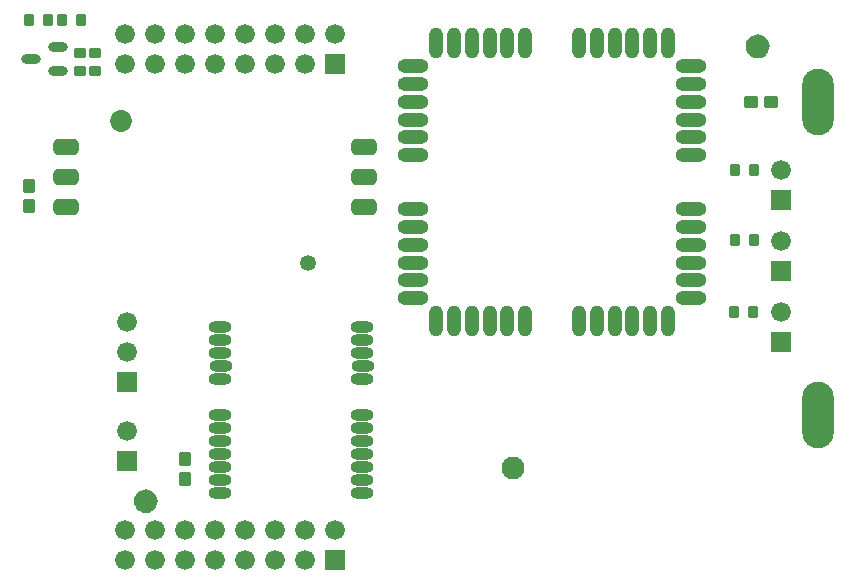
<source format=gts>
%FSLAX24Y24*%
%MOIN*%
G70*
G01*
G75*
G04 Layer_Color=8388736*
%ADD10C,0.0079*%
G04:AMPARAMS|DCode=11|XSize=28mil|YSize=35.8mil|CornerRadius=2.8mil|HoleSize=0mil|Usage=FLASHONLY|Rotation=0.000|XOffset=0mil|YOffset=0mil|HoleType=Round|Shape=RoundedRectangle|*
%AMROUNDEDRECTD11*
21,1,0.0280,0.0302,0,0,0.0*
21,1,0.0224,0.0358,0,0,0.0*
1,1,0.0056,0.0112,-0.0151*
1,1,0.0056,-0.0112,-0.0151*
1,1,0.0056,-0.0112,0.0151*
1,1,0.0056,0.0112,0.0151*
%
%ADD11ROUNDEDRECTD11*%
G04:AMPARAMS|DCode=12|XSize=41mil|YSize=36mil|CornerRadius=1.8mil|HoleSize=0mil|Usage=FLASHONLY|Rotation=0.000|XOffset=0mil|YOffset=0mil|HoleType=Round|Shape=RoundedRectangle|*
%AMROUNDEDRECTD12*
21,1,0.0410,0.0324,0,0,0.0*
21,1,0.0374,0.0360,0,0,0.0*
1,1,0.0036,0.0187,-0.0162*
1,1,0.0036,-0.0187,-0.0162*
1,1,0.0036,-0.0187,0.0162*
1,1,0.0036,0.0187,0.0162*
%
%ADD12ROUNDEDRECTD12*%
G04:AMPARAMS|DCode=13|XSize=41mil|YSize=36mil|CornerRadius=1.8mil|HoleSize=0mil|Usage=FLASHONLY|Rotation=270.000|XOffset=0mil|YOffset=0mil|HoleType=Round|Shape=RoundedRectangle|*
%AMROUNDEDRECTD13*
21,1,0.0410,0.0324,0,0,270.0*
21,1,0.0374,0.0360,0,0,270.0*
1,1,0.0036,-0.0162,-0.0187*
1,1,0.0036,-0.0162,0.0187*
1,1,0.0036,0.0162,0.0187*
1,1,0.0036,0.0162,-0.0187*
%
%ADD13ROUNDEDRECTD13*%
%ADD14O,0.0394X0.0984*%
%ADD15O,0.0984X0.0394*%
G04:AMPARAMS|DCode=16|XSize=28mil|YSize=35.8mil|CornerRadius=2.8mil|HoleSize=0mil|Usage=FLASHONLY|Rotation=270.000|XOffset=0mil|YOffset=0mil|HoleType=Round|Shape=RoundedRectangle|*
%AMROUNDEDRECTD16*
21,1,0.0280,0.0302,0,0,270.0*
21,1,0.0224,0.0358,0,0,270.0*
1,1,0.0056,-0.0151,-0.0112*
1,1,0.0056,-0.0151,0.0112*
1,1,0.0056,0.0151,0.0112*
1,1,0.0056,0.0151,-0.0112*
%
%ADD16ROUNDEDRECTD16*%
%ADD17O,0.0591X0.0281*%
G04:AMPARAMS|DCode=18|XSize=78.7mil|YSize=47.2mil|CornerRadius=11.8mil|HoleSize=0mil|Usage=FLASHONLY|Rotation=180.000|XOffset=0mil|YOffset=0mil|HoleType=Round|Shape=RoundedRectangle|*
%AMROUNDEDRECTD18*
21,1,0.0787,0.0236,0,0,180.0*
21,1,0.0551,0.0472,0,0,180.0*
1,1,0.0236,-0.0276,0.0118*
1,1,0.0236,0.0276,0.0118*
1,1,0.0236,0.0276,-0.0118*
1,1,0.0236,-0.0276,-0.0118*
%
%ADD18ROUNDEDRECTD18*%
%ADD19C,0.0472*%
%ADD20O,0.0709X0.0315*%
%ADD21C,0.0157*%
%ADD22C,0.0118*%
%ADD23C,0.0394*%
%ADD24C,0.0197*%
%ADD25C,0.0600*%
%ADD26R,0.0600X0.0600*%
%ADD27O,0.0984X0.2165*%
%ADD28C,0.0709*%
%ADD29R,0.0600X0.0600*%
%ADD30C,0.0669*%
%ADD31C,0.0315*%
%ADD32C,0.0394*%
%ADD33O,0.0281X0.0591*%
G04:AMPARAMS|DCode=34|XSize=94.5mil|YSize=110.2mil|CornerRadius=23.6mil|HoleSize=0mil|Usage=FLASHONLY|Rotation=180.000|XOffset=0mil|YOffset=0mil|HoleType=Round|Shape=RoundedRectangle|*
%AMROUNDEDRECTD34*
21,1,0.0945,0.0630,0,0,180.0*
21,1,0.0472,0.1102,0,0,180.0*
1,1,0.0472,-0.0236,0.0315*
1,1,0.0472,0.0236,0.0315*
1,1,0.0472,0.0236,-0.0315*
1,1,0.0472,-0.0236,-0.0315*
%
%ADD34ROUNDEDRECTD34*%
G04:AMPARAMS|DCode=35|XSize=51.2mil|YSize=72mil|CornerRadius=2.6mil|HoleSize=0mil|Usage=FLASHONLY|Rotation=90.000|XOffset=0mil|YOffset=0mil|HoleType=Round|Shape=RoundedRectangle|*
%AMROUNDEDRECTD35*
21,1,0.0512,0.0669,0,0,90.0*
21,1,0.0461,0.0720,0,0,90.0*
1,1,0.0051,0.0335,0.0230*
1,1,0.0051,0.0335,-0.0230*
1,1,0.0051,-0.0335,-0.0230*
1,1,0.0051,-0.0335,0.0230*
%
%ADD35ROUNDEDRECTD35*%
G04:AMPARAMS|DCode=36|XSize=54mil|YSize=50mil|CornerRadius=12.5mil|HoleSize=0mil|Usage=FLASHONLY|Rotation=180.000|XOffset=0mil|YOffset=0mil|HoleType=Round|Shape=RoundedRectangle|*
%AMROUNDEDRECTD36*
21,1,0.0540,0.0250,0,0,180.0*
21,1,0.0290,0.0500,0,0,180.0*
1,1,0.0250,-0.0145,0.0125*
1,1,0.0250,0.0145,0.0125*
1,1,0.0250,0.0145,-0.0125*
1,1,0.0250,-0.0145,-0.0125*
%
%ADD36ROUNDEDRECTD36*%
G04:AMPARAMS|DCode=37|XSize=70.9mil|YSize=51.2mil|CornerRadius=12.8mil|HoleSize=0mil|Usage=FLASHONLY|Rotation=90.000|XOffset=0mil|YOffset=0mil|HoleType=Round|Shape=RoundedRectangle|*
%AMROUNDEDRECTD37*
21,1,0.0709,0.0256,0,0,90.0*
21,1,0.0453,0.0512,0,0,90.0*
1,1,0.0256,0.0128,0.0226*
1,1,0.0256,0.0128,-0.0226*
1,1,0.0256,-0.0128,-0.0226*
1,1,0.0256,-0.0128,0.0226*
%
%ADD37ROUNDEDRECTD37*%
%ADD38C,0.0070*%
%ADD39C,0.0071*%
%ADD40C,0.0098*%
%ADD41C,0.0100*%
%ADD42C,0.0039*%
G04:AMPARAMS|DCode=43|XSize=33.9mil|YSize=41.8mil|CornerRadius=5.8mil|HoleSize=0mil|Usage=FLASHONLY|Rotation=0.000|XOffset=0mil|YOffset=0mil|HoleType=Round|Shape=RoundedRectangle|*
%AMROUNDEDRECTD43*
21,1,0.0339,0.0302,0,0,0.0*
21,1,0.0224,0.0418,0,0,0.0*
1,1,0.0116,0.0112,-0.0151*
1,1,0.0116,-0.0112,-0.0151*
1,1,0.0116,-0.0112,0.0151*
1,1,0.0116,0.0112,0.0151*
%
%ADD43ROUNDEDRECTD43*%
G04:AMPARAMS|DCode=44|XSize=47mil|YSize=42mil|CornerRadius=4.8mil|HoleSize=0mil|Usage=FLASHONLY|Rotation=0.000|XOffset=0mil|YOffset=0mil|HoleType=Round|Shape=RoundedRectangle|*
%AMROUNDEDRECTD44*
21,1,0.0470,0.0324,0,0,0.0*
21,1,0.0374,0.0420,0,0,0.0*
1,1,0.0096,0.0187,-0.0162*
1,1,0.0096,-0.0187,-0.0162*
1,1,0.0096,-0.0187,0.0162*
1,1,0.0096,0.0187,0.0162*
%
%ADD44ROUNDEDRECTD44*%
G04:AMPARAMS|DCode=45|XSize=47mil|YSize=42mil|CornerRadius=4.8mil|HoleSize=0mil|Usage=FLASHONLY|Rotation=270.000|XOffset=0mil|YOffset=0mil|HoleType=Round|Shape=RoundedRectangle|*
%AMROUNDEDRECTD45*
21,1,0.0470,0.0324,0,0,270.0*
21,1,0.0374,0.0420,0,0,270.0*
1,1,0.0096,-0.0162,-0.0187*
1,1,0.0096,-0.0162,0.0187*
1,1,0.0096,0.0162,0.0187*
1,1,0.0096,0.0162,-0.0187*
%
%ADD45ROUNDEDRECTD45*%
%ADD46O,0.0454X0.1044*%
%ADD47O,0.1044X0.0454*%
G04:AMPARAMS|DCode=48|XSize=33.9mil|YSize=41.8mil|CornerRadius=5.8mil|HoleSize=0mil|Usage=FLASHONLY|Rotation=270.000|XOffset=0mil|YOffset=0mil|HoleType=Round|Shape=RoundedRectangle|*
%AMROUNDEDRECTD48*
21,1,0.0339,0.0302,0,0,270.0*
21,1,0.0224,0.0418,0,0,270.0*
1,1,0.0116,-0.0151,-0.0112*
1,1,0.0116,-0.0151,0.0112*
1,1,0.0116,0.0151,0.0112*
1,1,0.0116,0.0151,-0.0112*
%
%ADD48ROUNDEDRECTD48*%
%ADD49O,0.0650X0.0341*%
G04:AMPARAMS|DCode=50|XSize=84.7mil|YSize=53.2mil|CornerRadius=14.8mil|HoleSize=0mil|Usage=FLASHONLY|Rotation=180.000|XOffset=0mil|YOffset=0mil|HoleType=Round|Shape=RoundedRectangle|*
%AMROUNDEDRECTD50*
21,1,0.0847,0.0236,0,0,180.0*
21,1,0.0551,0.0532,0,0,180.0*
1,1,0.0296,-0.0276,0.0118*
1,1,0.0296,0.0276,0.0118*
1,1,0.0296,0.0276,-0.0118*
1,1,0.0296,-0.0276,-0.0118*
%
%ADD50ROUNDEDRECTD50*%
%ADD51O,0.0768X0.0375*%
%ADD52C,0.0660*%
%ADD53R,0.0660X0.0660*%
%ADD54O,0.1044X0.2225*%
%ADD55C,0.0768*%
%ADD56R,0.0660X0.0660*%
%ADD57C,0.0729*%
%ADD58C,0.0532*%
G36*
X14867Y13454D02*
X14962Y13415D01*
X15045Y13352D01*
X15108Y13269D01*
X15147Y13174D01*
X15161Y13071D01*
X15147Y12968D01*
X15108Y12872D01*
X15045Y12790D01*
X14962Y12727D01*
X14867Y12687D01*
X14764Y12674D01*
X14661Y12687D01*
X14565Y12727D01*
X14483Y12790D01*
X14420Y12872D01*
X14380Y12968D01*
X14367Y13071D01*
X14380Y13174D01*
X14420Y13269D01*
X14483Y13352D01*
X14565Y13415D01*
X14661Y13454D01*
X14764Y13468D01*
X14867Y13454D01*
D02*
G37*
G36*
X35260Y28612D02*
X35356Y28572D01*
X35438Y28509D01*
X35501Y28427D01*
X35541Y28331D01*
X35555Y28228D01*
X35541Y28126D01*
X35501Y28030D01*
X35438Y27948D01*
X35356Y27884D01*
X35260Y27845D01*
X35157Y27831D01*
X35055Y27845D01*
X34959Y27884D01*
X34877Y27948D01*
X34814Y28030D01*
X34774Y28126D01*
X34760Y28228D01*
X34774Y28331D01*
X34814Y28427D01*
X34877Y28509D01*
X34959Y28572D01*
X35055Y28612D01*
X35157Y28625D01*
X35260Y28612D01*
D02*
G37*
D43*
X12588Y29094D02*
D03*
X11978D02*
D03*
X34990Y19370D02*
D03*
X34380D02*
D03*
X34419Y24094D02*
D03*
X35029D02*
D03*
X34419Y21772D02*
D03*
X35029D02*
D03*
X10876Y29094D02*
D03*
X11486D02*
D03*
D44*
X34941Y26378D02*
D03*
X35611D02*
D03*
D45*
X10866Y23563D02*
D03*
Y22893D02*
D03*
X16063Y13799D02*
D03*
Y14469D02*
D03*
D46*
X24449Y19075D02*
D03*
Y28327D02*
D03*
X31575Y19075D02*
D03*
X32165D02*
D03*
X30984D02*
D03*
X30394D02*
D03*
X29803D02*
D03*
X29213D02*
D03*
X25630D02*
D03*
X27402D02*
D03*
X26811D02*
D03*
X26220D02*
D03*
X25039D02*
D03*
X30984Y28327D02*
D03*
X31575D02*
D03*
X32165D02*
D03*
X29213D02*
D03*
X29803D02*
D03*
X30394D02*
D03*
X25039D02*
D03*
X25630D02*
D03*
X26220D02*
D03*
X26811D02*
D03*
X27402D02*
D03*
D47*
X32933Y27559D02*
D03*
Y24606D02*
D03*
Y21614D02*
D03*
X23681Y27559D02*
D03*
Y24606D02*
D03*
Y21614D02*
D03*
X32933Y26969D02*
D03*
Y26378D02*
D03*
Y25787D02*
D03*
Y25197D02*
D03*
Y22795D02*
D03*
Y22205D02*
D03*
Y21024D02*
D03*
Y20433D02*
D03*
Y19843D02*
D03*
X23681Y26969D02*
D03*
Y26378D02*
D03*
Y25787D02*
D03*
Y25197D02*
D03*
Y22795D02*
D03*
Y22205D02*
D03*
Y20433D02*
D03*
Y21024D02*
D03*
Y19843D02*
D03*
D48*
X13071Y27412D02*
D03*
Y28022D02*
D03*
X12559Y28022D02*
D03*
Y27412D02*
D03*
D49*
X11845Y27402D02*
D03*
Y28202D02*
D03*
X10935Y27802D02*
D03*
D50*
X22047Y24882D02*
D03*
Y22882D02*
D03*
X12097Y24882D02*
D03*
Y22882D02*
D03*
X22047Y23882D02*
D03*
X12097D02*
D03*
D51*
X21969Y15945D02*
D03*
Y17126D02*
D03*
X21988Y17559D02*
D03*
X21969Y17992D02*
D03*
Y18425D02*
D03*
Y13346D02*
D03*
Y13780D02*
D03*
Y14213D02*
D03*
Y14646D02*
D03*
Y15079D02*
D03*
Y18858D02*
D03*
Y15512D02*
D03*
X17244Y18858D02*
D03*
Y18425D02*
D03*
Y17992D02*
D03*
X17264Y17559D02*
D03*
X17244Y17126D02*
D03*
X17244Y15512D02*
D03*
Y15079D02*
D03*
Y14646D02*
D03*
Y14213D02*
D03*
Y13780D02*
D03*
Y13346D02*
D03*
Y15945D02*
D03*
D52*
X14134Y19047D02*
D03*
Y18047D02*
D03*
Y15409D02*
D03*
X15063Y12102D02*
D03*
X18063D02*
D03*
X21063D02*
D03*
X15063Y11102D02*
D03*
X18063D02*
D03*
X14063Y12102D02*
D03*
X16063D02*
D03*
X17063D02*
D03*
X19063D02*
D03*
X20063D02*
D03*
X14063Y11102D02*
D03*
X16063D02*
D03*
X17063D02*
D03*
X19063D02*
D03*
X20063D02*
D03*
X15063Y28638D02*
D03*
X18063D02*
D03*
X21063D02*
D03*
X15063Y27638D02*
D03*
X18063D02*
D03*
X14063Y28638D02*
D03*
X16063D02*
D03*
X17063D02*
D03*
X19063D02*
D03*
X20063D02*
D03*
X14063Y27638D02*
D03*
X16063D02*
D03*
X17063D02*
D03*
X19063D02*
D03*
X20063D02*
D03*
X35945Y19386D02*
D03*
Y21748D02*
D03*
Y24110D02*
D03*
D53*
X14134Y17047D02*
D03*
Y14409D02*
D03*
X35945Y18386D02*
D03*
Y20748D02*
D03*
Y23110D02*
D03*
D54*
X37165Y26378D02*
D03*
Y15945D02*
D03*
D55*
X27008Y14173D02*
D03*
D56*
X21063Y11102D02*
D03*
Y27638D02*
D03*
D57*
X13949Y25744D02*
D03*
D58*
X20170Y21020D02*
D03*
M02*

</source>
